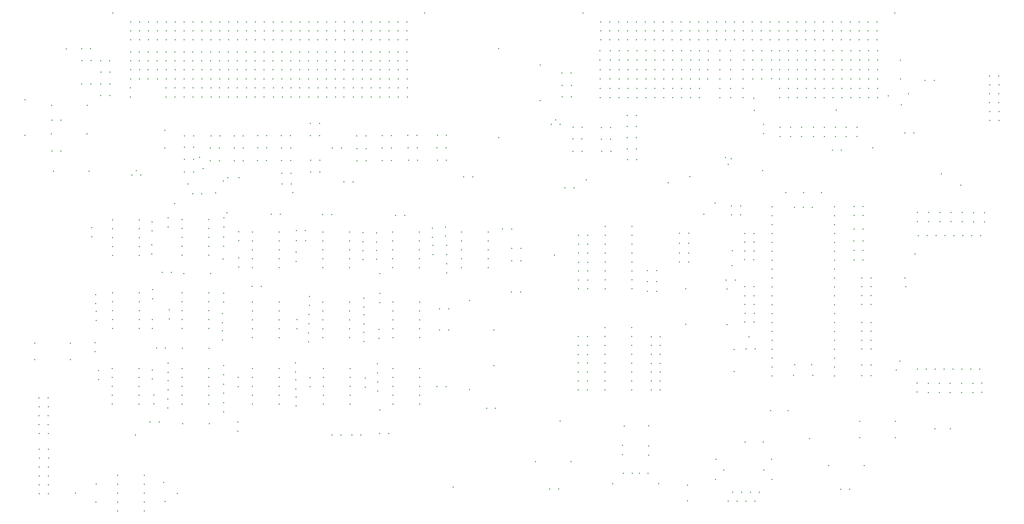
<source format=gbo>
%TF.GenerationSoftware,KiCad,Pcbnew,7.0.5*%
%TF.CreationDate,2024-10-12T11:19:13-04:00*%
%TF.ProjectId,selftest_bd,73656c66-7465-4737-945f-62642e6b6963,2.1*%
%TF.SameCoordinates,Original*%
%TF.FileFunction,Legend,Bot*%
%TF.FilePolarity,Positive*%
%FSLAX46Y46*%
G04 Gerber Fmt 4.6, Leading zero omitted, Abs format (unit mm)*
G04 Created by KiCad (PCBNEW 7.0.5) date 2024-10-12 11:19:13*
%MOMM*%
%LPD*%
G01*
G04 APERTURE LIST*
%ADD10C,0.350000*%
G04 APERTURE END LIST*
D10*
X331089000Y-118745000D03*
X325755000Y-151892000D03*
X328422000Y-128092200D03*
X327202800Y-76200000D03*
X260731000Y-98425000D03*
X134874000Y-107022300D03*
X133807200Y-120243600D03*
X131648200Y-101307300D03*
X123774200Y-98755200D03*
X285292800Y-77825600D03*
X285089600Y-74320400D03*
X274091400Y-104216200D03*
X270916400Y-107416600D03*
X277051100Y-91243332D03*
X287629600Y-94945200D03*
X277850600Y-93204700D03*
X278650100Y-91605700D03*
X266877800Y-96697800D03*
X133915450Y-97935750D03*
X138404600Y-97053400D03*
X329234800Y-73050400D03*
X237388400Y-97586800D03*
X135128000Y-97028000D03*
X228320600Y-119075200D03*
X120040400Y-104368600D03*
X128143000Y-94361000D03*
X108813600Y-170408600D03*
X127152400Y-91186000D03*
X178511200Y-124358400D03*
X153663833Y-101272300D03*
X326771000Y-149352000D03*
X328168000Y-125603000D03*
X269570200Y-74147200D03*
X269570200Y-71547200D03*
X155676600Y-61078665D03*
X155676600Y-63678665D03*
X127789600Y-73978665D03*
X127789600Y-71378665D03*
X307670200Y-74147200D03*
X307670200Y-71547200D03*
X302590200Y-68813200D03*
X302590200Y-66213200D03*
X186689600Y-91978665D03*
X189289600Y-91978665D03*
X279531800Y-146020000D03*
X91753500Y-186994335D03*
X318516000Y-145892200D03*
X315916000Y-145892200D03*
X130389600Y-73978665D03*
X130389600Y-71378665D03*
X312750200Y-63394065D03*
X312750200Y-60794065D03*
X150595187Y-61078665D03*
X150595187Y-63678665D03*
X112389600Y-68778665D03*
X112389600Y-66178665D03*
X297510200Y-74147200D03*
X297510200Y-71547200D03*
X323469000Y-73660000D03*
X266547600Y-121096800D03*
X263947600Y-121096800D03*
X226893200Y-185851800D03*
X229433200Y-185851800D03*
X138252200Y-114990400D03*
X138252200Y-112390400D03*
X249067800Y-85606065D03*
X251667800Y-85606065D03*
X173945200Y-141156200D03*
X173945200Y-143756200D03*
X133658200Y-135828400D03*
X133658200Y-138428400D03*
X185602400Y-107797600D03*
X183002400Y-107797600D03*
X311471200Y-85214065D03*
X311471200Y-82614065D03*
X112474022Y-61078665D03*
X112474022Y-63678665D03*
X125181077Y-61078665D03*
X125181077Y-63678665D03*
X266217400Y-189204600D03*
X255143000Y-167767000D03*
X246710200Y-68813200D03*
X246710200Y-66213200D03*
X249250200Y-68813200D03*
X249250200Y-66213200D03*
X155681005Y-66178665D03*
X155681005Y-68778665D03*
X279811000Y-126238000D03*
X277211000Y-126238000D03*
X275412200Y-63394065D03*
X275412200Y-60794065D03*
X93569600Y-63608665D03*
X96169600Y-63608665D03*
X257382800Y-123545600D03*
X254782800Y-123545600D03*
X246661200Y-74147200D03*
X246661200Y-71547200D03*
X334950600Y-109504000D03*
X334950600Y-106904000D03*
X189778400Y-122651600D03*
X189778400Y-120111600D03*
X189778400Y-117571600D03*
X189778400Y-115031600D03*
X189778400Y-112491600D03*
X182158400Y-112491600D03*
X182158400Y-115031600D03*
X182158400Y-117571600D03*
X182158400Y-120111600D03*
X182158400Y-122651600D03*
X251718600Y-91879865D03*
X249118600Y-91879865D03*
X312750200Y-68813200D03*
X312750200Y-66213200D03*
X244161200Y-68813200D03*
X244161200Y-66213200D03*
X181789600Y-84978665D03*
X179189600Y-84978665D03*
X97553500Y-189594335D03*
X122679600Y-63678665D03*
X122679600Y-61078665D03*
X197572200Y-116351800D03*
X197572200Y-118951800D03*
X189845200Y-161656200D03*
X189845200Y-159116200D03*
X189845200Y-156576200D03*
X189845200Y-154036200D03*
X189845200Y-151496200D03*
X182225200Y-151496200D03*
X182225200Y-154036200D03*
X182225200Y-156576200D03*
X182225200Y-159116200D03*
X182225200Y-161656200D03*
X282587210Y-117893210D03*
X285187210Y-117893210D03*
X153269600Y-98788665D03*
X150669600Y-98788665D03*
X310210200Y-63394065D03*
X310210200Y-60794065D03*
X264490200Y-68813200D03*
X264490200Y-66213200D03*
X118167600Y-111040600D03*
X118167600Y-108440600D03*
X347597800Y-155675000D03*
X347597800Y-158275000D03*
X132805310Y-61078665D03*
X132805310Y-63678665D03*
X237788600Y-116011800D03*
X235188600Y-116011800D03*
X266547600Y-118526800D03*
X263947600Y-118526800D03*
X118491000Y-137317000D03*
X118491000Y-134717000D03*
X175996600Y-66178665D03*
X175996600Y-68778665D03*
X145512365Y-61078665D03*
X145512365Y-63678665D03*
X316287210Y-107793210D03*
X313687210Y-107793210D03*
X161389600Y-95378665D03*
X158789600Y-95378665D03*
X237788600Y-118511800D03*
X235188600Y-118511800D03*
X183689600Y-61078665D03*
X183689600Y-63678665D03*
X282587210Y-130693210D03*
X285187210Y-130693210D03*
X129855200Y-145706200D03*
X122235200Y-145706200D03*
X287959800Y-180390800D03*
X276529800Y-180390800D03*
X286689800Y-186740800D03*
X285419800Y-189280800D03*
X284149800Y-186740800D03*
X282879800Y-189280800D03*
X281609800Y-186740800D03*
X280339800Y-189280800D03*
X279069800Y-186740800D03*
X277799800Y-189280800D03*
X290269800Y-183140800D03*
X290159800Y-177340800D03*
X274329800Y-177340800D03*
X274219800Y-183140800D03*
X148053776Y-61078665D03*
X148053776Y-63678665D03*
X320370200Y-63394065D03*
X320370200Y-60794065D03*
X181789600Y-92078665D03*
X179189600Y-92078665D03*
X186182000Y-52595335D03*
X183642000Y-52595335D03*
X181102000Y-52595335D03*
X178562000Y-52595335D03*
X176022000Y-52595335D03*
X173482000Y-52595335D03*
X170942000Y-52595335D03*
X168402000Y-52595335D03*
X165862000Y-52595335D03*
X163322000Y-52595335D03*
X160782000Y-52595335D03*
X158242000Y-52595335D03*
X155702000Y-52595335D03*
X153162000Y-52595335D03*
X150622000Y-52595335D03*
X148082000Y-52595335D03*
X145542000Y-52595335D03*
X143002000Y-52595335D03*
X140462000Y-52595335D03*
X137922000Y-52595335D03*
X135382000Y-52595335D03*
X132842000Y-52595335D03*
X130302000Y-52595335D03*
X127762000Y-52595335D03*
X125222000Y-52595335D03*
X122682000Y-52595335D03*
X120142000Y-52595335D03*
X117602000Y-52595335D03*
X115062000Y-52595335D03*
X112522000Y-52595335D03*
X109982000Y-52595335D03*
X107442000Y-52595335D03*
X186182000Y-55135335D03*
X183642000Y-55135335D03*
X181102000Y-55135335D03*
X178562000Y-55135335D03*
X176022000Y-55135335D03*
X173482000Y-55135335D03*
X170942000Y-55135335D03*
X168402000Y-55135335D03*
X165862000Y-55135335D03*
X163322000Y-55135335D03*
X160782000Y-55135335D03*
X158242000Y-55135335D03*
X155702000Y-55135335D03*
X153162000Y-55135335D03*
X150622000Y-55135335D03*
X148082000Y-55135335D03*
X145542000Y-55135335D03*
X143002000Y-55135335D03*
X140462000Y-55135335D03*
X137922000Y-55135335D03*
X135382000Y-55135335D03*
X132842000Y-55135335D03*
X130302000Y-55135335D03*
X127762000Y-55135335D03*
X125222000Y-55135335D03*
X122682000Y-55135335D03*
X120142000Y-55135335D03*
X117602000Y-55135335D03*
X115062000Y-55135335D03*
X112522000Y-55135335D03*
X109982000Y-55135335D03*
X107442000Y-55135335D03*
X186182000Y-57675335D03*
X183642000Y-57675335D03*
X181102000Y-57675335D03*
X178562000Y-57675335D03*
X176022000Y-57675335D03*
X173482000Y-57675335D03*
X170942000Y-57675335D03*
X168402000Y-57675335D03*
X165862000Y-57675335D03*
X163322000Y-57675335D03*
X160782000Y-57675335D03*
X158242000Y-57675335D03*
X155702000Y-57675335D03*
X153162000Y-57675335D03*
X150622000Y-57675335D03*
X148082000Y-57675335D03*
X145542000Y-57675335D03*
X143002000Y-57675335D03*
X140462000Y-57675335D03*
X137922000Y-57675335D03*
X135382000Y-57675335D03*
X132842000Y-57675335D03*
X130302000Y-57675335D03*
X127762000Y-57675335D03*
X125222000Y-57675335D03*
X122682000Y-57675335D03*
X120142000Y-57675335D03*
X117602000Y-57675335D03*
X115062000Y-57675335D03*
X112522000Y-57675335D03*
X109982000Y-57675335D03*
X107442000Y-57675335D03*
X191262000Y-50055335D03*
X102362000Y-50055335D03*
X173945200Y-133956200D03*
X173945200Y-131356200D03*
X153199600Y-95708665D03*
X150599600Y-95708665D03*
X117556844Y-61078665D03*
X117556844Y-63678665D03*
X269570200Y-63394065D03*
X269570200Y-60794065D03*
X171889600Y-85078665D03*
X174489600Y-85078665D03*
X195525600Y-134405400D03*
X198125600Y-134405400D03*
X168289600Y-66178665D03*
X168289600Y-68778665D03*
X300050200Y-74147200D03*
X300050200Y-71547200D03*
X261950200Y-74147200D03*
X261950200Y-71547200D03*
X308641200Y-77724000D03*
X127722488Y-61078665D03*
X127722488Y-63678665D03*
X352339600Y-75615800D03*
X354939600Y-75615800D03*
X352399600Y-70535800D03*
X354999600Y-70535800D03*
X122689600Y-68778665D03*
X122689600Y-66178665D03*
X233573800Y-89517665D03*
X236173800Y-89517665D03*
X294221400Y-101256600D03*
X89099600Y-60248665D03*
X81427800Y-184658000D03*
X84027800Y-184658000D03*
X317830200Y-74147200D03*
X317830200Y-71547200D03*
X272161000Y-63426265D03*
X272161000Y-60826265D03*
X115595200Y-166706200D03*
X112995200Y-166706200D03*
X165836600Y-66178665D03*
X165836600Y-68778665D03*
X294970200Y-74147200D03*
X294970200Y-71547200D03*
X118110000Y-154960800D03*
X118110000Y-157560800D03*
X315290200Y-74147200D03*
X315290200Y-71547200D03*
X142986530Y-66178665D03*
X142986530Y-68778665D03*
X109980895Y-66178665D03*
X109980895Y-68778665D03*
X267030200Y-68813200D03*
X267030200Y-66213200D03*
X157281400Y-112064800D03*
X154681400Y-112064800D03*
X259410200Y-74147200D03*
X259410200Y-71547200D03*
X165836600Y-61078665D03*
X165836600Y-63678665D03*
X137896600Y-66178665D03*
X137896600Y-68778665D03*
X325501000Y-171196000D03*
X315341000Y-171196000D03*
X352339600Y-73075800D03*
X354939600Y-73075800D03*
X107429600Y-63678665D03*
X107429600Y-61078665D03*
X316287210Y-105193210D03*
X313687210Y-105193210D03*
X285267000Y-135703000D03*
X282667000Y-135703000D03*
X211045200Y-150616200D03*
X211045200Y-140456200D03*
X251790200Y-74147200D03*
X251790200Y-71547200D03*
X81487800Y-177038000D03*
X84087800Y-177038000D03*
X143689600Y-88478665D03*
X146289600Y-88478665D03*
X98879600Y-63648665D03*
X101479600Y-63648665D03*
X130292055Y-66178665D03*
X130292055Y-68778665D03*
X107416600Y-71378665D03*
X107416600Y-73978665D03*
X233837000Y-99872800D03*
X231237000Y-99872800D03*
X341350600Y-109504000D03*
X341350600Y-106904000D03*
X230391200Y-67094065D03*
X232991200Y-67094065D03*
X269570200Y-68813200D03*
X269570200Y-66213200D03*
X264490200Y-63394065D03*
X264490200Y-60794065D03*
X341097800Y-158275000D03*
X341097800Y-155675000D03*
X81402400Y-162382200D03*
X84002400Y-162382200D03*
X258466200Y-152481600D03*
X255866200Y-152481600D03*
X241361200Y-68813200D03*
X241361200Y-66213200D03*
X158689600Y-84978665D03*
X161289600Y-84978665D03*
X302590200Y-63394065D03*
X302590200Y-60794065D03*
X84886800Y-84480400D03*
X95046800Y-84480400D03*
X111343500Y-192084335D03*
X111343500Y-189544335D03*
X111343500Y-187004335D03*
X111343500Y-184464335D03*
X111343500Y-181924335D03*
X103723500Y-181924335D03*
X103723500Y-184464335D03*
X103723500Y-187004335D03*
X103723500Y-189544335D03*
X103723500Y-192084335D03*
X241661200Y-86004065D03*
X244261200Y-86004065D03*
X259410200Y-63394065D03*
X259410200Y-60794065D03*
X117221000Y-83439000D03*
X320217800Y-52595335D03*
X317677800Y-52595335D03*
X315137800Y-52595335D03*
X312597800Y-52595335D03*
X310057800Y-52595335D03*
X307517800Y-52595335D03*
X304977800Y-52595335D03*
X302437800Y-52595335D03*
X299897800Y-52595335D03*
X297357800Y-52595335D03*
X294817800Y-52595335D03*
X292277800Y-52595335D03*
X289737800Y-52595335D03*
X287197800Y-52595335D03*
X284657800Y-52595335D03*
X282117800Y-52595335D03*
X279577800Y-52595335D03*
X277037800Y-52595335D03*
X274497800Y-52595335D03*
X271957800Y-52595335D03*
X269417800Y-52595335D03*
X266877800Y-52595335D03*
X264337800Y-52595335D03*
X261797800Y-52595335D03*
X259257800Y-52595335D03*
X256717800Y-52595335D03*
X254177800Y-52595335D03*
X251637800Y-52595335D03*
X249097800Y-52595335D03*
X246557800Y-52595335D03*
X244017800Y-52595335D03*
X241477800Y-52595335D03*
X320217800Y-55135335D03*
X317677800Y-55135335D03*
X315137800Y-55135335D03*
X312597800Y-55135335D03*
X310057800Y-55135335D03*
X307517800Y-55135335D03*
X304977800Y-55135335D03*
X302437800Y-55135335D03*
X299897800Y-55135335D03*
X297357800Y-55135335D03*
X294817800Y-55135335D03*
X292277800Y-55135335D03*
X289737800Y-55135335D03*
X287197800Y-55135335D03*
X284657800Y-55135335D03*
X282117800Y-55135335D03*
X279577800Y-55135335D03*
X277037800Y-55135335D03*
X274497800Y-55135335D03*
X271957800Y-55135335D03*
X269417800Y-55135335D03*
X266877800Y-55135335D03*
X264337800Y-55135335D03*
X261797800Y-55135335D03*
X259257800Y-55135335D03*
X256717800Y-55135335D03*
X254177800Y-55135335D03*
X251637800Y-55135335D03*
X249097800Y-55135335D03*
X246557800Y-55135335D03*
X244017800Y-55135335D03*
X241477800Y-55135335D03*
X320217800Y-57675335D03*
X317677800Y-57675335D03*
X315137800Y-57675335D03*
X312597800Y-57675335D03*
X310057800Y-57675335D03*
X307517800Y-57675335D03*
X304977800Y-57675335D03*
X302437800Y-57675335D03*
X299897800Y-57675335D03*
X297357800Y-57675335D03*
X294817800Y-57675335D03*
X292277800Y-57675335D03*
X289737800Y-57675335D03*
X287197800Y-57675335D03*
X284657800Y-57675335D03*
X282117800Y-57675335D03*
X279577800Y-57675335D03*
X277037800Y-57675335D03*
X274497800Y-57675335D03*
X271957800Y-57675335D03*
X269417800Y-57675335D03*
X266877800Y-57675335D03*
X264337800Y-57675335D03*
X261797800Y-57675335D03*
X259257800Y-57675335D03*
X256717800Y-57675335D03*
X254177800Y-57675335D03*
X251637800Y-57675335D03*
X249097800Y-57675335D03*
X246557800Y-57675335D03*
X244017800Y-57675335D03*
X241477800Y-57675335D03*
X325297800Y-50055335D03*
X236397800Y-50055335D03*
X279531800Y-152319200D03*
X149845200Y-122626200D03*
X149845200Y-120086200D03*
X149845200Y-117546200D03*
X149845200Y-115006200D03*
X149845200Y-112466200D03*
X142225200Y-112466200D03*
X142225200Y-115006200D03*
X142225200Y-117546200D03*
X142225200Y-120086200D03*
X142225200Y-122626200D03*
X140429543Y-61078665D03*
X140429543Y-63678665D03*
X186489600Y-84878665D03*
X189089600Y-84878665D03*
X150603215Y-66178665D03*
X150603215Y-68778665D03*
X227380800Y-81788000D03*
X228650800Y-80518000D03*
X229920800Y-81788000D03*
X310113200Y-89128600D03*
X307513200Y-89128600D03*
X133985000Y-161222000D03*
X133985000Y-163822000D03*
X154609800Y-118287800D03*
X154609800Y-120887800D03*
X178589600Y-66178665D03*
X178589600Y-68778665D03*
X267030200Y-74147200D03*
X267030200Y-71547200D03*
X177571400Y-115346000D03*
X177571400Y-112746000D03*
X249017000Y-79205265D03*
X251617000Y-79205265D03*
X251642400Y-88831865D03*
X249042400Y-88831865D03*
X181189600Y-66178665D03*
X181189600Y-68778665D03*
X250418600Y-128701800D03*
X250418600Y-126161800D03*
X250418600Y-123621800D03*
X250418600Y-121081800D03*
X250418600Y-118541800D03*
X250418600Y-116001800D03*
X250418600Y-113461800D03*
X250418600Y-110921800D03*
X242798600Y-110921800D03*
X242798600Y-113461800D03*
X242798600Y-116001800D03*
X242798600Y-118541800D03*
X242798600Y-121081800D03*
X242798600Y-123621800D03*
X242798600Y-126161800D03*
X242798600Y-128701800D03*
X118110000Y-152531600D03*
X118110000Y-149931600D03*
X318516000Y-133192200D03*
X315916000Y-133192200D03*
X170869600Y-61078665D03*
X170869600Y-63678665D03*
X278735000Y-105029000D03*
X281335000Y-105029000D03*
X250266200Y-157581600D03*
X250266200Y-155041600D03*
X250266200Y-152501600D03*
X250266200Y-149961600D03*
X250266200Y-147421600D03*
X250266200Y-144881600D03*
X250266200Y-142341600D03*
X250266200Y-139801600D03*
X242646200Y-139801600D03*
X242646200Y-142341600D03*
X242646200Y-144881600D03*
X242646200Y-147421600D03*
X242646200Y-149961600D03*
X242646200Y-152501600D03*
X242646200Y-155041600D03*
X242646200Y-157581600D03*
X294941000Y-163449000D03*
X289941000Y-163449000D03*
X261950200Y-68813200D03*
X261950200Y-66213200D03*
X178245200Y-140256200D03*
X178245200Y-142856200D03*
X237666200Y-152481600D03*
X235066200Y-152481600D03*
X143589600Y-92078665D03*
X146189600Y-92078665D03*
X318516000Y-143392200D03*
X315916000Y-143392200D03*
X282016200Y-68813200D03*
X282016200Y-66213200D03*
X283718000Y-142367000D03*
X161389600Y-91978665D03*
X158789600Y-91978665D03*
X114045200Y-161556200D03*
X114045200Y-158956200D03*
X158445200Y-130856200D03*
X158445200Y-133456200D03*
X183789600Y-66178665D03*
X183789600Y-68778665D03*
X153089600Y-92078665D03*
X150489600Y-92078665D03*
X157306800Y-114985800D03*
X154706800Y-114985800D03*
X318516000Y-128092200D03*
X315916000Y-128092200D03*
X176089600Y-73978665D03*
X176089600Y-71378665D03*
X109915200Y-119186200D03*
X109915200Y-116646200D03*
X109915200Y-114106200D03*
X109915200Y-111566200D03*
X109915200Y-109026200D03*
X102295200Y-109026200D03*
X102295200Y-111566200D03*
X102295200Y-114106200D03*
X102295200Y-116646200D03*
X102295200Y-119186200D03*
X145525425Y-66178665D03*
X145525425Y-68778665D03*
X317830200Y-63394065D03*
X317830200Y-60794065D03*
X163297690Y-66178665D03*
X163297690Y-68778665D03*
X265684000Y-138811000D03*
X265684000Y-128651000D03*
X237788600Y-113411800D03*
X235188600Y-113411800D03*
X241361200Y-74147200D03*
X241361200Y-71547200D03*
X144733800Y-128016000D03*
X142133800Y-128016000D03*
X193624200Y-116327400D03*
X193624200Y-118927400D03*
X87609200Y-80619600D03*
X85009200Y-80619600D03*
X318516000Y-138292200D03*
X315916000Y-138292200D03*
X241661200Y-82704065D03*
X244261200Y-82704065D03*
X212369400Y-85572600D03*
X212369400Y-60172600D03*
X132816600Y-71378665D03*
X132816600Y-73978665D03*
X175989600Y-61078665D03*
X175989600Y-63678665D03*
X310210200Y-74147200D03*
X310210200Y-71547200D03*
X237666200Y-157581600D03*
X235066200Y-157581600D03*
X164841400Y-170434000D03*
X167441400Y-170434000D03*
X331697800Y-158175000D03*
X331697800Y-155575000D03*
X275412200Y-74147200D03*
X275412200Y-71547200D03*
X194745200Y-156656200D03*
X197345200Y-156656200D03*
X249017000Y-82380265D03*
X251617000Y-82380265D03*
X261950200Y-63394065D03*
X261950200Y-60794065D03*
X258466200Y-147381600D03*
X255866200Y-147381600D03*
X258466200Y-142381600D03*
X255866200Y-142381600D03*
X177800000Y-150084000D03*
X177800000Y-152684000D03*
X153136600Y-61078665D03*
X153136600Y-63678665D03*
X130189600Y-92178665D03*
X132789600Y-92178665D03*
X236121200Y-85914065D03*
X233521200Y-85914065D03*
X237666200Y-149881600D03*
X235066200Y-149881600D03*
X347750600Y-109604000D03*
X347750600Y-107004000D03*
X249250200Y-63394065D03*
X249250200Y-60794065D03*
X326961200Y-63484065D03*
X149845200Y-161656200D03*
X149845200Y-159116200D03*
X149845200Y-156576200D03*
X149845200Y-154036200D03*
X149845200Y-151496200D03*
X142225200Y-151496200D03*
X142225200Y-154036200D03*
X142225200Y-156576200D03*
X142225200Y-159116200D03*
X142225200Y-161656200D03*
X284810200Y-68813200D03*
X284810200Y-66213200D03*
X292430200Y-68813200D03*
X292430200Y-66213200D03*
X122789600Y-85078665D03*
X125389600Y-85078665D03*
X101559600Y-73568665D03*
X98959600Y-73568665D03*
X134035800Y-111028000D03*
X134035800Y-108428000D03*
X109915200Y-140046200D03*
X109915200Y-137506200D03*
X109915200Y-134966200D03*
X109915200Y-132426200D03*
X109915200Y-129886200D03*
X102295200Y-129886200D03*
X102295200Y-132426200D03*
X102295200Y-134966200D03*
X102295200Y-137506200D03*
X102295200Y-140046200D03*
X295611200Y-85214065D03*
X295611200Y-82614065D03*
X244170200Y-63394065D03*
X244170200Y-60794065D03*
X218722200Y-120701800D03*
X216122200Y-120701800D03*
X181005000Y-170027600D03*
X178405000Y-170027600D03*
X122689600Y-73978665D03*
X122689600Y-71378665D03*
X163389600Y-71378665D03*
X163389600Y-73978665D03*
X338150600Y-109504000D03*
X338150600Y-106904000D03*
X186189600Y-61078665D03*
X186189600Y-63678665D03*
X316287210Y-117793210D03*
X313687210Y-117793210D03*
X150723600Y-71378665D03*
X150723600Y-73978665D03*
X336753200Y-168605200D03*
X183789600Y-71378665D03*
X183789600Y-73978665D03*
X230491200Y-70664065D03*
X233091200Y-70664065D03*
X169845200Y-122651600D03*
X169845200Y-120111600D03*
X169845200Y-117571600D03*
X169845200Y-115031600D03*
X169845200Y-112491600D03*
X162225200Y-112491600D03*
X162225200Y-115031600D03*
X162225200Y-117571600D03*
X162225200Y-120111600D03*
X162225200Y-122651600D03*
X318516000Y-140792200D03*
X315916000Y-140792200D03*
X109845200Y-161656200D03*
X109845200Y-159116200D03*
X109845200Y-156576200D03*
X109845200Y-154036200D03*
X109845200Y-151496200D03*
X102225200Y-151496200D03*
X102225200Y-154036200D03*
X102225200Y-156576200D03*
X102225200Y-159116200D03*
X102225200Y-161656200D03*
X138145200Y-156606200D03*
X138145200Y-154006200D03*
X287782000Y-172440600D03*
X164989600Y-88578665D03*
X167589600Y-88578665D03*
X305130200Y-74147200D03*
X305130200Y-71547200D03*
X278460200Y-68813200D03*
X278460200Y-66213200D03*
X170045200Y-161656200D03*
X170045200Y-159116200D03*
X170045200Y-156576200D03*
X170045200Y-154036200D03*
X170045200Y-151496200D03*
X162425200Y-151496200D03*
X162425200Y-154036200D03*
X162425200Y-156576200D03*
X162425200Y-159116200D03*
X162425200Y-161656200D03*
X140447635Y-66178665D03*
X140447635Y-68778665D03*
X81427800Y-174498000D03*
X84027800Y-174498000D03*
X149845200Y-142656200D03*
X149845200Y-140116200D03*
X149845200Y-137576200D03*
X149845200Y-135036200D03*
X149845200Y-132496200D03*
X142225200Y-132496200D03*
X142225200Y-135036200D03*
X142225200Y-137576200D03*
X142225200Y-140116200D03*
X142225200Y-142656200D03*
X258466200Y-144881600D03*
X255866200Y-144881600D03*
X181189600Y-61078665D03*
X181189600Y-63678665D03*
X292430200Y-74147200D03*
X292430200Y-71547200D03*
X282651200Y-172440600D03*
X96059600Y-60218665D03*
X93459600Y-60218665D03*
X205008000Y-96799400D03*
X202408000Y-96799400D03*
X95631000Y-95123000D03*
X85471000Y-95123000D03*
X93519600Y-70268665D03*
X96119600Y-70268665D03*
X199415400Y-185343800D03*
X158645200Y-156656200D03*
X158645200Y-154056200D03*
X153189600Y-71378665D03*
X153189600Y-73978665D03*
X174045200Y-136156200D03*
X174045200Y-138756200D03*
X115089600Y-68778665D03*
X115089600Y-66178665D03*
X178589600Y-61078665D03*
X178589600Y-63678665D03*
X148183600Y-71378665D03*
X148183600Y-73978665D03*
X352339600Y-67995800D03*
X354939600Y-67995800D03*
X259410200Y-68813200D03*
X259410200Y-66213200D03*
X316267000Y-115053000D03*
X313667000Y-115053000D03*
X81402400Y-170002200D03*
X84002400Y-170002200D03*
X255108400Y-176145065D03*
X255108400Y-173545065D03*
X168389600Y-61078665D03*
X168389600Y-63678665D03*
X305130200Y-63394065D03*
X305130200Y-60794065D03*
X287350200Y-63394065D03*
X287350200Y-60794065D03*
X178536600Y-163347400D03*
X101579600Y-66908665D03*
X98979600Y-66908665D03*
X158195200Y-143856200D03*
X158195200Y-141256200D03*
X197389600Y-88478665D03*
X194789600Y-88478665D03*
X117576600Y-71378665D03*
X117576600Y-73978665D03*
X350139000Y-155621200D03*
X350139000Y-158221200D03*
X133985000Y-158522000D03*
X133985000Y-155922000D03*
X287883600Y-84408800D03*
X287883600Y-81808800D03*
X119055200Y-124056200D03*
X116455200Y-124056200D03*
X290144200Y-68764865D03*
X290144200Y-66164865D03*
X241261200Y-63394065D03*
X241261200Y-60794065D03*
X258466200Y-154981600D03*
X255866200Y-154981600D03*
X125219600Y-73978665D03*
X125219600Y-71378665D03*
X246710200Y-63394065D03*
X246710200Y-60794065D03*
X147514000Y-107391200D03*
X150114000Y-107391200D03*
X158216600Y-61078665D03*
X158216600Y-63678665D03*
X77343000Y-84912200D03*
X77343000Y-74752200D03*
X178511200Y-132643400D03*
X178511200Y-130043400D03*
X318516000Y-150421990D03*
X315916000Y-150421990D03*
X298771200Y-85214065D03*
X298771200Y-82614065D03*
X148064320Y-66178665D03*
X148064320Y-68778665D03*
X120136475Y-66178665D03*
X120136475Y-68778665D03*
X282467000Y-120393210D03*
X285067000Y-120393210D03*
X256870200Y-68813200D03*
X256870200Y-66213200D03*
X247678400Y-175985065D03*
X247678400Y-173385065D03*
X272008600Y-68813200D03*
X272008600Y-66213200D03*
X229870000Y-166446200D03*
X232994200Y-178028600D03*
X222834200Y-178028600D03*
X218622400Y-129641600D03*
X216022400Y-129641600D03*
X315290200Y-63394065D03*
X315290200Y-60794065D03*
X307670200Y-68813200D03*
X307670200Y-66213200D03*
X130205200Y-124356200D03*
X122585200Y-124356200D03*
X237666200Y-154981600D03*
X235066200Y-154981600D03*
X173389600Y-73978665D03*
X173389600Y-71378665D03*
X266547600Y-112826800D03*
X263947600Y-112826800D03*
X173489600Y-66178665D03*
X173489600Y-68778665D03*
X120098255Y-61078665D03*
X120098255Y-63678665D03*
X173105600Y-170434000D03*
X170505600Y-170434000D03*
X113545200Y-109606200D03*
X113545200Y-112206200D03*
X237666200Y-147481600D03*
X235066200Y-147481600D03*
X160758795Y-66178665D03*
X160758795Y-68778665D03*
X125136600Y-101574600D03*
X127736600Y-101574600D03*
X247968400Y-181315065D03*
X250468400Y-181315065D03*
X252468400Y-181315065D03*
X254968400Y-181315065D03*
X244898400Y-184315065D03*
X258038400Y-184315065D03*
X257382800Y-126605600D03*
X254782800Y-126605600D03*
X132830950Y-66178665D03*
X132830950Y-68778665D03*
X331965600Y-113515600D03*
X334505600Y-113515600D03*
X337045600Y-113515600D03*
X339585600Y-113515600D03*
X342125600Y-113515600D03*
X344665600Y-113515600D03*
X347205600Y-113515600D03*
X349745600Y-113515600D03*
X98909600Y-70268665D03*
X101509600Y-70268665D03*
X143689600Y-84978665D03*
X146289600Y-84978665D03*
X344550600Y-109504000D03*
X344550600Y-106904000D03*
X284810200Y-63394065D03*
X284810200Y-60794065D03*
X254330200Y-68813200D03*
X254330200Y-66213200D03*
X197489600Y-91978665D03*
X194889600Y-91978665D03*
X314591200Y-85214065D03*
X314591200Y-82614065D03*
X254330200Y-63394065D03*
X254330200Y-60794065D03*
X155676600Y-71378665D03*
X155676600Y-73978665D03*
X130389600Y-85078665D03*
X132989600Y-85078665D03*
X116853500Y-183994335D03*
X350850600Y-109604000D03*
X350850600Y-107004000D03*
X154905200Y-140126200D03*
X154905200Y-137526200D03*
X333980000Y-69215000D03*
X336580000Y-69215000D03*
X81427800Y-187198000D03*
X84027800Y-187198000D03*
X189845200Y-142656200D03*
X189845200Y-140116200D03*
X189845200Y-137576200D03*
X189845200Y-135036200D03*
X189845200Y-132496200D03*
X182225200Y-132496200D03*
X182225200Y-135036200D03*
X182225200Y-137576200D03*
X182225200Y-140116200D03*
X182225200Y-142656200D03*
X258466200Y-149981600D03*
X255866200Y-149981600D03*
X237788600Y-123611800D03*
X235188600Y-123611800D03*
X282587210Y-138193210D03*
X285187210Y-138193210D03*
X139589600Y-92178665D03*
X136989600Y-92178665D03*
X318516000Y-130592200D03*
X315916000Y-130592200D03*
X292601200Y-85214065D03*
X292601200Y-82614065D03*
X186389600Y-71378665D03*
X186389600Y-73978665D03*
X163296600Y-61078665D03*
X163296600Y-63678665D03*
X164799800Y-107543600D03*
X162199800Y-107543600D03*
X171989600Y-88678665D03*
X174589600Y-88678665D03*
X317830200Y-68813200D03*
X317830200Y-66213200D03*
X117395200Y-145606200D03*
X114795200Y-145606200D03*
X318516000Y-153492200D03*
X315916000Y-153492200D03*
X117253500Y-189394335D03*
X137896600Y-71378665D03*
X137896600Y-73978665D03*
X165889600Y-71378665D03*
X165889600Y-73978665D03*
X297510200Y-63394065D03*
X297510200Y-60794065D03*
X258466200Y-157581600D03*
X255866200Y-157581600D03*
X135356600Y-71378665D03*
X135356600Y-73978665D03*
X237788600Y-121111800D03*
X235188600Y-121111800D03*
X338582000Y-95885000D03*
X282587210Y-115393210D03*
X285187210Y-115393210D03*
X256870200Y-74147200D03*
X256870200Y-71547200D03*
X209372200Y-122635600D03*
X209372200Y-120095600D03*
X209372200Y-117555600D03*
X209372200Y-115015600D03*
X209372200Y-112475600D03*
X201752200Y-112475600D03*
X201752200Y-115015600D03*
X201752200Y-117555600D03*
X201752200Y-120095600D03*
X201752200Y-122635600D03*
X334897800Y-158275000D03*
X334897800Y-155675000D03*
X142976600Y-71378665D03*
X142976600Y-73978665D03*
X304381400Y-101256600D03*
X299301400Y-101256600D03*
X337997800Y-158275000D03*
X337997800Y-155675000D03*
X129768600Y-119100600D03*
X129768600Y-116560600D03*
X129768600Y-114020600D03*
X129768600Y-111480600D03*
X129768600Y-108940600D03*
X122148600Y-108940600D03*
X122148600Y-111480600D03*
X122148600Y-114020600D03*
X122148600Y-116560600D03*
X122148600Y-119100600D03*
X125389600Y-95378665D03*
X122789600Y-95378665D03*
X267161200Y-63394065D03*
X267161200Y-60794065D03*
X266217400Y-184708800D03*
X84963000Y-76327000D03*
X95123000Y-76327000D03*
X81342400Y-167462200D03*
X83942400Y-167462200D03*
X168289600Y-98178665D03*
X170889600Y-98178665D03*
X97653500Y-184394335D03*
X249250200Y-74147200D03*
X249250200Y-71547200D03*
X80136200Y-148896600D03*
X90296200Y-148896600D03*
X152989600Y-84978665D03*
X150389600Y-84978665D03*
X257382800Y-129425600D03*
X254782800Y-129425600D03*
X300050200Y-68813200D03*
X300050200Y-66213200D03*
X177901600Y-157891000D03*
X177901600Y-155291000D03*
X287350200Y-68813200D03*
X287350200Y-66213200D03*
X328209144Y-84201000D03*
X330709144Y-84201000D03*
X237666200Y-142281600D03*
X235066200Y-142281600D03*
X171989600Y-92178665D03*
X174589600Y-92178665D03*
X81427800Y-182118000D03*
X84027800Y-182118000D03*
X145516600Y-71378665D03*
X145516600Y-73978665D03*
X290144200Y-63394065D03*
X290144200Y-60794065D03*
X158689600Y-81478665D03*
X161289600Y-81478665D03*
X302107864Y-85214065D03*
X302107864Y-82614065D03*
X168289600Y-71378665D03*
X168289600Y-73978665D03*
X344397800Y-158275000D03*
X344397800Y-155675000D03*
X352399600Y-78155800D03*
X354999600Y-78155800D03*
X174345200Y-154156200D03*
X174345200Y-156756200D03*
X193497200Y-114025200D03*
X193497200Y-111425200D03*
X173701000Y-120411600D03*
X173701000Y-117811600D03*
X237666200Y-144881600D03*
X235066200Y-144881600D03*
X282587210Y-133193000D03*
X285187210Y-133193000D03*
X319074800Y-88450865D03*
X244161200Y-74147200D03*
X244161200Y-71547200D03*
X133658200Y-140728400D03*
X133658200Y-143328400D03*
X241761200Y-89504065D03*
X244361200Y-89504065D03*
X98295200Y-152006200D03*
X98295200Y-154606200D03*
X294970200Y-68813200D03*
X294970200Y-66213200D03*
X216122200Y-117201800D03*
X218722200Y-117201800D03*
X248159400Y-167844465D03*
X344119200Y-99110800D03*
X169845200Y-142656200D03*
X169845200Y-140116200D03*
X169845200Y-137576200D03*
X169845200Y-135036200D03*
X169845200Y-132496200D03*
X162225200Y-132496200D03*
X162225200Y-135036200D03*
X162225200Y-137576200D03*
X162225200Y-140116200D03*
X162225200Y-142656200D03*
X130263899Y-61078665D03*
X130263899Y-63678665D03*
X302590200Y-74147200D03*
X302590200Y-71547200D03*
X341122000Y-168656000D03*
X195525600Y-140465400D03*
X198125600Y-140465400D03*
X160889600Y-73978665D03*
X160889600Y-71378665D03*
X224256600Y-74980800D03*
X224256600Y-64820800D03*
X282587210Y-112893210D03*
X285187210Y-112893210D03*
X251790200Y-63394065D03*
X251790200Y-60794065D03*
X320370200Y-74147200D03*
X320370200Y-71547200D03*
X300050200Y-63394065D03*
X300050200Y-60794065D03*
X120116600Y-71378665D03*
X120116600Y-73978665D03*
X87609200Y-89382600D03*
X85009200Y-89382600D03*
X292430200Y-63394065D03*
X292430200Y-60794065D03*
X277495000Y-138938000D03*
X277495000Y-128778000D03*
X125214265Y-66178665D03*
X125214265Y-68778665D03*
X208955000Y-162814000D03*
X211455000Y-162814000D03*
X305251200Y-85214065D03*
X305251200Y-82614065D03*
X113495200Y-116156200D03*
X113495200Y-118756200D03*
X279006800Y-117876800D03*
X237788600Y-128711800D03*
X235188600Y-128711800D03*
X282016200Y-74147200D03*
X282016200Y-71547200D03*
X138277600Y-119888000D03*
X138277600Y-122488000D03*
X140489600Y-73978665D03*
X140489600Y-71378665D03*
X251790200Y-68813200D03*
X251790200Y-66213200D03*
X310210200Y-68813200D03*
X310210200Y-66213200D03*
X264490200Y-74147200D03*
X264490200Y-71547200D03*
X139589600Y-88578665D03*
X136989600Y-88578665D03*
X278892000Y-122047000D03*
X197211700Y-111026800D03*
X197211700Y-113626800D03*
X177571400Y-117729000D03*
X177571400Y-120329000D03*
X181189600Y-71378665D03*
X181189600Y-73978665D03*
X352399600Y-80695800D03*
X354999600Y-80695800D03*
X129758200Y-161656200D03*
X129758200Y-159116200D03*
X129758200Y-156576200D03*
X129758200Y-154036200D03*
X129758200Y-151496200D03*
X122138200Y-151496200D03*
X122138200Y-154036200D03*
X122138200Y-156576200D03*
X122138200Y-159116200D03*
X122138200Y-161656200D03*
X326961200Y-68824065D03*
X97515200Y-132946200D03*
X97515200Y-130346200D03*
X301040800Y-171475400D03*
X118084600Y-160147000D03*
X118084600Y-162747000D03*
X316287210Y-120493210D03*
X313687210Y-120493210D03*
X135369845Y-66178665D03*
X135369845Y-68778665D03*
X320370200Y-68813200D03*
X320370200Y-66213200D03*
X307670200Y-63394065D03*
X307670200Y-60794065D03*
X154445200Y-149856200D03*
X154445200Y-152456200D03*
X278460200Y-74147200D03*
X278460200Y-71547200D03*
X129870200Y-167208200D03*
X122250200Y-167208200D03*
X186289600Y-66178665D03*
X186289600Y-68778665D03*
X158219900Y-66178665D03*
X158219900Y-68778665D03*
X137998200Y-169295600D03*
X137998200Y-166695600D03*
X97612200Y-137698000D03*
X97612200Y-135098000D03*
X318516000Y-125592200D03*
X315916000Y-125592200D03*
X81342400Y-159842200D03*
X83942400Y-159842200D03*
X117221000Y-88519000D03*
X170989600Y-71378665D03*
X170989600Y-73978665D03*
X113615200Y-137456200D03*
X113615200Y-140056200D03*
X278460200Y-63394065D03*
X278460200Y-60794065D03*
X316287210Y-111703000D03*
X313687210Y-111703000D03*
X285487210Y-145893210D03*
X282887210Y-145893210D03*
X297510200Y-68813200D03*
X297510200Y-66213200D03*
X133958200Y-132528400D03*
X133958200Y-129928400D03*
X275412200Y-68813200D03*
X275412200Y-66213200D03*
X153089600Y-88578665D03*
X150489600Y-88578665D03*
X80086200Y-144246600D03*
X90246200Y-144246600D03*
X120777000Y-187071000D03*
X109959600Y-63678665D03*
X109959600Y-61078665D03*
X278735000Y-107629000D03*
X281335000Y-107629000D03*
X96345200Y-111256200D03*
X96345200Y-113856200D03*
X81342400Y-164922200D03*
X83942400Y-164922200D03*
X181789600Y-88578665D03*
X179189600Y-88578665D03*
X173477766Y-61078665D03*
X173477766Y-63678665D03*
X115015433Y-61078665D03*
X115015433Y-63678665D03*
X154645200Y-162156200D03*
X154645200Y-159556200D03*
X113695200Y-131556200D03*
X113695200Y-128956200D03*
X130189600Y-88578665D03*
X132789600Y-88578665D03*
X254330200Y-74147200D03*
X254330200Y-71547200D03*
X97345200Y-146656200D03*
X97345200Y-144056200D03*
X236191200Y-82634065D03*
X233591200Y-82634065D03*
X230491200Y-73914065D03*
X233091200Y-73914065D03*
X308361200Y-85214065D03*
X308361200Y-82614065D03*
X153142110Y-66178665D03*
X153142110Y-68778665D03*
X122789600Y-88278665D03*
X125389600Y-88278665D03*
X137888132Y-61078665D03*
X137888132Y-63678665D03*
X266547600Y-115746800D03*
X263947600Y-115746800D03*
X237788600Y-126211800D03*
X235188600Y-126211800D03*
X301937000Y-153413000D03*
X301637000Y-150383000D03*
X296787000Y-150383000D03*
X296487000Y-153413000D03*
X308102000Y-153543000D03*
X308102000Y-151003000D03*
X308102000Y-148463000D03*
X308102000Y-145923000D03*
X308102000Y-143383000D03*
X308102000Y-140843000D03*
X308102000Y-138303000D03*
X308102000Y-135763000D03*
X308102000Y-133223000D03*
X308102000Y-130683000D03*
X308102000Y-128143000D03*
X308102000Y-125603000D03*
X308102000Y-123063000D03*
X308102000Y-120523000D03*
X308102000Y-117983000D03*
X308102000Y-115443000D03*
X308102000Y-112903000D03*
X308102000Y-110363000D03*
X308102000Y-107823000D03*
X308102000Y-105283000D03*
X290322000Y-105283000D03*
X290322000Y-107823000D03*
X290322000Y-110363000D03*
X290322000Y-112903000D03*
X290322000Y-115443000D03*
X290322000Y-117983000D03*
X290322000Y-120523000D03*
X290322000Y-123063000D03*
X290322000Y-125603000D03*
X290322000Y-128143000D03*
X290322000Y-130683000D03*
X290322000Y-133223000D03*
X290322000Y-135763000D03*
X290322000Y-138303000D03*
X290322000Y-140843000D03*
X290322000Y-143383000D03*
X290322000Y-145923000D03*
X290322000Y-148463000D03*
X290322000Y-151003000D03*
X290322000Y-153543000D03*
X301752000Y-105513000D03*
X299212000Y-105513000D03*
X296672000Y-105513000D03*
X107823000Y-96266000D03*
X109093000Y-94996000D03*
X110363000Y-96266000D03*
X186589600Y-88478665D03*
X189189600Y-88478665D03*
X294970200Y-63394065D03*
X294970200Y-60794065D03*
X113645200Y-151856200D03*
X113645200Y-154456200D03*
X125389600Y-91778665D03*
X122789600Y-91778665D03*
X216072200Y-111651800D03*
X213472200Y-111651800D03*
X315290200Y-68813200D03*
X315290200Y-66213200D03*
X134010400Y-116539800D03*
X134010400Y-113939800D03*
X256870200Y-63394065D03*
X256870200Y-60794065D03*
X139589600Y-85078665D03*
X136989600Y-85078665D03*
X129758200Y-140046200D03*
X129758200Y-137506200D03*
X129758200Y-134966200D03*
X129758200Y-132426200D03*
X129758200Y-129886200D03*
X122138200Y-129886200D03*
X122138200Y-132426200D03*
X122138200Y-134966200D03*
X122138200Y-137506200D03*
X122138200Y-140046200D03*
X133985000Y-153222000D03*
X133985000Y-150622000D03*
X204045200Y-157456200D03*
X204045200Y-132056200D03*
X160756600Y-61078665D03*
X160756600Y-63678665D03*
X142970954Y-61078665D03*
X142970954Y-63678665D03*
X197572200Y-124151800D03*
X197572200Y-121551800D03*
X154545200Y-154656200D03*
X154545200Y-157256200D03*
X135346721Y-61078665D03*
X135346721Y-63678665D03*
X173641000Y-115291600D03*
X173641000Y-112691600D03*
X282270200Y-63394065D03*
X282270200Y-60794065D03*
X197489600Y-84878665D03*
X194889600Y-84878665D03*
X127753160Y-66178665D03*
X127753160Y-68778665D03*
X117597580Y-66178665D03*
X117597580Y-68778665D03*
X309875000Y-185953400D03*
X312415000Y-185953400D03*
X316636400Y-179171600D03*
X306476400Y-179171600D03*
X107442000Y-66178665D03*
X107442000Y-68778665D03*
X331750600Y-109504000D03*
X331750600Y-106904000D03*
X81427800Y-179578000D03*
X84027800Y-179578000D03*
X178489600Y-71378665D03*
X178489600Y-73978665D03*
X170889600Y-66178665D03*
X170889600Y-68778665D03*
X158295200Y-138656200D03*
X158295200Y-136056200D03*
X158289600Y-73978665D03*
X158289600Y-71378665D03*
X312750200Y-74147200D03*
X312750200Y-71547200D03*
X325501000Y-166497000D03*
X315341000Y-166497000D03*
X331762000Y-151615600D03*
X334302000Y-151615600D03*
X336842000Y-151615600D03*
X339382000Y-151615600D03*
X341922000Y-151615600D03*
X344462000Y-151615600D03*
X347002000Y-151615600D03*
X349542000Y-151615600D03*
X285187210Y-128093210D03*
X282587210Y-128093210D03*
X305130200Y-68813200D03*
X305130200Y-66213200D03*
M02*

</source>
